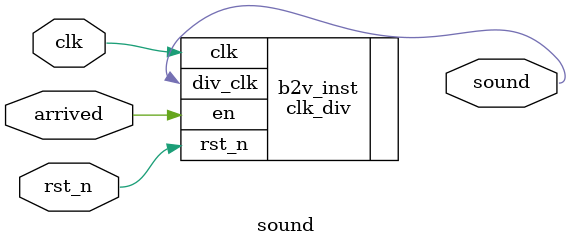
<source format=v>


module sound(
	arrived,
	rst_n,
	clk,
	sound
);


input wire	arrived;
input wire	rst_n;
input wire	clk;
output wire	sound;






clk_div	b2v_inst(
	.clk(clk),
	.rst_n(rst_n),
	.en(arrived),
	.div_clk(sound));
	defparam	b2v_inst.cnt_num = 2;


endmodule

</source>
